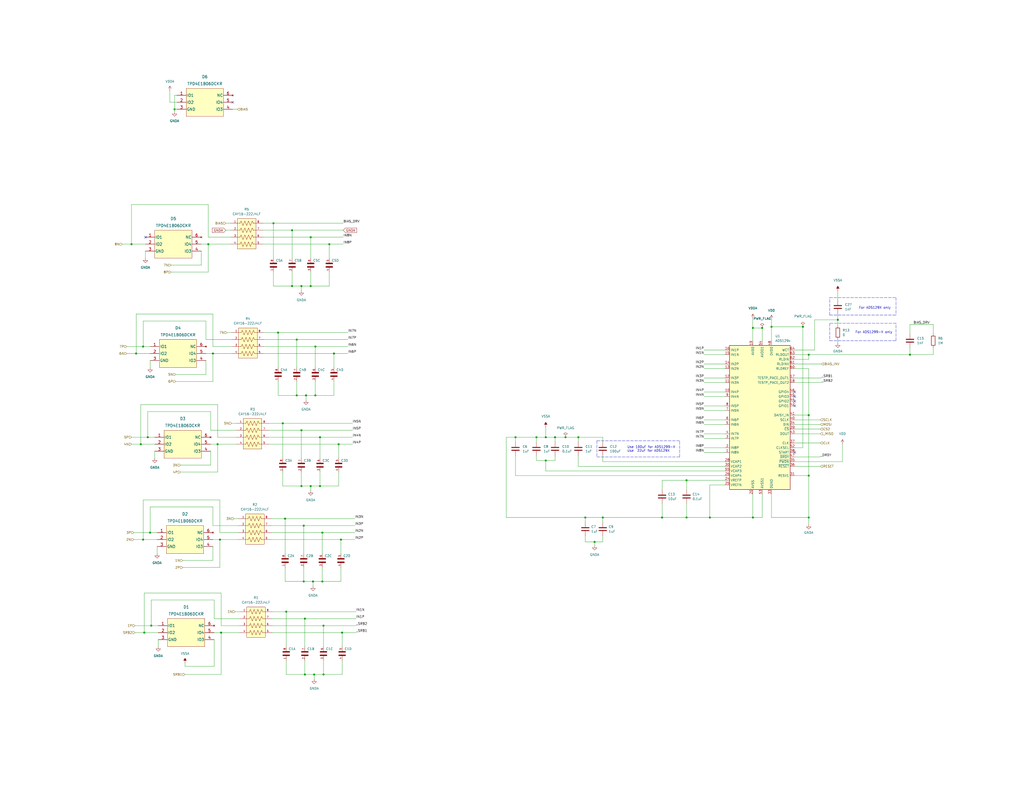
<source format=kicad_sch>
(kicad_sch (version 20211123) (generator eeschema)
  (paper "C")
  (title_block (title "Daisy Functionality") (date "2023-01-05") (rev "A") (company "Brain-4ce"))
  (lib_symbols
    (symbol "Analog_ADC:ADS1298xPAG"
      (property "Reference" "U" (at -16.51 44.45 0))
      (property "Value" "ADS1298xPAG" (at 6.35 44.45 0))
      (symbol "ADS1298xPAG_1_1"
        (pin input line (at -20.32 -15.24 0) (length 2.54) (name "IN8N") (number "1"))
        (pin input line (at -20.32 17.78 0) (length 2.54) (name "IN4P") (number "10"))
        (pin input line (at -20.32 22.86 0) (length 2.54) (name "IN3N") (number "11"))
        (pin input line (at -20.32 25.4 0) (length 2.54) (name "IN3P") (number "12"))
        (pin input line (at -20.32 30.48 0) (length 2.54) (name "IN2N") (number "13"))
        (pin input line (at -20.32 33.02 0) (length 2.54) (name "IN2P") (number "14"))
        (pin input line (at -20.32 38.1 0) (length 2.54) (name "IN1N") (number "15"))
        (pin input line (at -20.32 40.64 0) (length 2.54) (name "IN1P") (number "16"))
        (pin bidirectional line (at 17.78 25.4 180) (length 2.54) (name "TESTP_PACE_OUT1") (number "17"))
        (pin bidirectional line (at 17.78 22.86 180) (length 2.54) (name "TESTP_PACE_OUT2") (number "18"))
        (pin power_in line (at -5.08 45.72 270) (length 2.54) (name "AVDD") (number "19"))
        (pin input line (at -20.32 -12.7 0) (length 2.54) (name "IN8P") (number "2"))
        (pin power_in line (at -5.08 -38.1 90) (length 2.54) (name "AVSS") (number "20"))
        (pin passive line (at -5.08 45.72 270) (length 2.54) hide (name "AVDD") (number "21"))
        (pin passive line (at -5.08 45.72 270) (length 2.54) hide (name "AVDD") (number "22"))
        (pin passive line (at -5.08 -38.1 90) (length 2.54) hide (name "AVSS") (number "23"))
        (pin passive line (at -20.32 -30.48 0) (length 2.54) (name "VREFP") (number "24"))
        (pin passive line (at -20.32 -33.02 0) (length 2.54) (name "VREFN") (number "25"))
        (pin passive line (at -20.32 -27.94 0) (length 2.54) (name "VCAP4") (number "26"))
        (pin no_connect line (at 15.24 -30.48 180) (length 2.54) hide (name "NC") (number "27"))
        (pin passive line (at -20.32 -20.32 0) (length 2.54) (name "VCAP1") (number "28"))
        (pin no_connect line (at 15.24 -33.02 180) (length 2.54) hide (name "NC") (number "29"))
        (pin input line (at -20.32 -7.62 0) (length 2.54) (name "IN7P") (number "3"))
        (pin passive line (at -20.32 -22.86 0) (length 2.54) (name "VCAP2") (number "30"))
        (pin input line (at 17.78 -27.94 180) (length 2.54) (name "RESV1") (number "31"))
        (pin passive line (at -5.08 -38.1 90) (length 2.54) hide (name "AVSS") (number "32"))
        (pin power_in line (at 5.08 -38.1 90) (length 2.54) (name "DGND") (number "33"))
        (pin input line (at 17.78 0 180) (length 2.54) (name "DIN") (number "34"))
        (pin input line (at 17.78 -20.32 180) (length 2.54) (name "~{PWDN}") (number "35"))
        (pin input line (at 17.78 -22.86 180) (length 2.54) (name "~{RESET}") (number "36"))
        (pin bidirectional line (at 17.78 -10.16 180) (length 2.54) (name "CLK") (number "37"))
        (pin input line (at 17.78 -15.24 180) (length 2.54) (name "START") (number "38"))
        (pin input line (at 17.78 -2.54 180) (length 2.54) (name "~{CS}") (number "39"))
        (pin input line (at -20.32 -5.08 0) (length 2.54) (name "IN7N") (number "4"))
        (pin input line (at 17.78 2.54 180) (length 2.54) (name "SCLK") (number "40"))
        (pin input line (at 17.78 5.08 180) (length 2.54) (name "DAISY_IN") (number "41"))
        (pin bidirectional line (at 17.78 10.16 180) (length 2.54) (name "GPIO1") (number "42"))
        (pin output line (at 17.78 -5.08 180) (length 2.54) (name "DOUT") (number "43"))
        (pin bidirectional line (at 17.78 12.7 180) (length 2.54) (name "GPIO2") (number "44"))
        (pin bidirectional line (at 17.78 15.24 180) (length 2.54) (name "GPIO3") (number "45"))
        (pin bidirectional line (at 17.78 17.78 180) (length 2.54) (name "GPIO4") (number "46"))
        (pin output line (at 17.78 -17.78 180) (length 2.54) (name "~{DRDY}") (number "47"))
        (pin power_in line (at 5.08 45.72 270) (length 2.54) (name "DVDD") (number "48"))
        (pin passive line (at 5.08 -38.1 90) (length 2.54) hide (name "DGND") (number "49"))
        (pin input line (at -20.32 0 0) (length 2.54) (name "IN6N") (number "5"))
        (pin passive line (at 5.08 45.72 270) (length 2.54) hide (name "DVDD") (number "50"))
        (pin passive line (at 5.08 -38.1 90) (length 2.54) hide (name "DGND") (number "51"))
        (pin input line (at 17.78 -12.7 180) (length 2.54) (name "CLKSEL") (number "52"))
        (pin power_in line (at 0 -38.1 90) (length 2.54) (name "AVSS1") (number "53"))
        (pin power_in line (at 0 45.72 270) (length 2.54) (name "AVDD1") (number "54"))
        (pin passive line (at -20.32 -25.4 0) (length 2.54) (name "VCAP3") (number "55"))
        (pin passive line (at -5.08 45.72 270) (length 2.54) hide (name "AVDD") (number "56"))
        (pin passive line (at -5.08 -38.1 90) (length 2.54) hide (name "AVSS") (number "57"))
        (pin passive line (at -5.08 -38.1 90) (length 2.54) hide (name "AVSS") (number "58"))
        (pin passive line (at -5.08 45.72 270) (length 2.54) hide (name "AVDD") (number "59"))
        (pin input line (at -20.32 2.54 0) (length 2.54) (name "IN6P") (number "6"))
        (pin input line (at 17.78 30.48 180) (length 2.54) (name "RLDREF") (number "60"))
        (pin input line (at 17.78 33.02 180) (length 2.54) (name "RLDINV") (number "61"))
        (pin input line (at 17.78 35.56 180) (length 2.54) (name "RLDIN") (number "62"))
        (pin output line (at 17.78 38.1 180) (length 2.54) (name "RLDOUT") (number "63"))
        (pin output line (at 17.78 40.64 180) (length 2.54) (name "WCT") (number "64"))
        (pin input line (at -20.32 7.62 0) (length 2.54) (name "IN5N") (number "7"))
        (pin input line (at -20.32 10.16 0) (length 2.54) (name "IN5P") (number "8"))
        (pin input line (at -20.32 15.24 0) (length 2.54) (name "IN4N") (number "9"))
      )
    )
    (symbol "Capacitor Arrays:CA0508KRX7R9BB102" (pin_names (offset 1.016))
      (property "Reference" "C" (at 0 3.8109 0))
      (symbol "CA0508KRX7R9BB102_1_0"
        (pin passive line (at 5.08 0 180) (length 2.54) (name "~") (number "1"))
        (pin passive line (at -2.54 0 0) (length 2.54) (name "~") (number "8"))
      )
      (symbol "CA0508KRX7R9BB102_2_0"
        (pin passive line (at 5.08 0 180) (length 2.54) (name "~") (number "2"))
        (pin passive line (at -2.54 0 0) (length 2.54) (name "~") (number "7"))
      )
      (symbol "CA0508KRX7R9BB102_3_0"
        (pin passive line (at 5.08 0 180) (length 2.54) (name "~") (number "3"))
        (pin passive line (at -2.54 0 0) (length 2.54) (name "~") (number "6"))
      )
      (symbol "CA0508KRX7R9BB102_4_0"
        (pin passive line (at 5.08 0 180) (length 2.54) (name "~") (number "4"))
        (pin passive line (at -2.54 0 0) (length 2.54) (name "~") (number "5"))
      )
    )
    (symbol "Device:C" (pin_numbers hide) (pin_names (offset 0.254))
      (property "Reference" "C" (at 0.635 2.54 0))
      (property "Value" "C" (at 0.635 -2.54 0))
      (symbol "C_1_1"
        (pin passive line (at 0 3.81 270) (length 2.794) (name "~") (number "1"))
        (pin passive line (at 0 -3.81 90) (length 2.794) (name "~") (number "2"))
      )
    )
    (symbol "Device:R" (pin_numbers hide) (pin_names (offset 0))
      (property "Reference" "R" (at 2.032 0 90))
      (property "Value" "R" (at 0 0 90))
      (symbol "R_1_1"
        (pin passive line (at 0 3.81 270) (length 1.27) (name "~") (number "1"))
        (pin passive line (at 0 -3.81 90) (length 1.27) (name "~") (number "2"))
      )
    )
    (symbol "Resistor Arrays:CAY16-222J4LF" (pin_names (offset 1.016))
      (property "Reference" "R" (at 8.89 3.81 0))
      (property "Value" "CAY16-222J4LF" (at 8.89 -16.51 0))
      (symbol "CAY16-222J4LF_0_0"
        (pin passive line (at 0 0 0) (length 5.08) (name "~") (number "1"))
        (pin passive line (at 0 -3.81 0) (length 5.08) (name "~") (number "2"))
        (pin passive line (at 0 -7.62 0) (length 5.08) (name "~") (number "3"))
        (pin passive line (at 0 -11.43 0) (length 5.08) (name "~") (number "4"))
        (pin passive line (at 17.78 -11.43 180) (length 5.08) (name "~") (number "5"))
        (pin passive line (at 17.78 -7.62 180) (length 5.08) (name "~") (number "6"))
        (pin passive line (at 17.78 -3.81 180) (length 5.08) (name "~") (number "7"))
        (pin passive line (at 17.78 0 180) (length 5.08) (name "~") (number "8"))
      )
    )
    (symbol "TSV - Diodes:TPD4E1B06DCKR" (pin_names (offset 0.254))
      (property "Reference" "D" (at 15.24 10.16 0))
      (property "Value" "TPD4E1B06DCKR" (at 15.24 7.62 0))
      (symbol "TPD4E1B06DCKR_1_1"
        (pin bidirectional line (at 0 1.27 0) (length 5.08) (name "IO1") (number "1"))
        (pin bidirectional line (at 0 -2.54 0) (length 5.08) (name "IO2") (number "2"))
        (pin power_in line (at 0 -6.35 0) (length 5.08) (name "GND") (number "3"))
        (pin bidirectional line (at 30.48 -6.35 180) (length 5.08) (name "IO3") (number "4"))
        (pin bidirectional line (at 30.48 -2.54 180) (length 5.08) (name "IO4") (number "5"))
        (pin no_connect line (at 30.48 1.27 180) (length 5.08) (name "NC") (number "6"))
      )
    )
    (symbol "power:GNDA" (power) (pin_names (offset 0))
      (property "Value" "GNDA" (at 0 -3.81 0))
      (symbol "GNDA_1_1"
        (pin power_in line (at 0 0 270) (length 0) hide (name "GNDA") (number "1"))
      )
    )
    (symbol "power:PWR_FLAG" (power) (pin_numbers hide) (pin_names (offset 0) hide)
      (property "Value" "PWR_FLAG" (at 0 3.81 0))
      (symbol "PWR_FLAG_0_0"
        (pin power_out line (at 0 0 90) (length 0) (name "pwr") (number "1"))
      )
    )
    (symbol "power:VDD" (power) (pin_names (offset 0))
      (property "Value" "VDD" (at 0 3.81 0))
      (symbol "VDD_1_1"
        (pin power_in line (at 0 0 90) (length 0) hide (name "VDD") (number "1"))
      )
    )
    (symbol "power:VDDA" (power) (pin_names (offset 0))
      (property "Value" "VDDA" (at 0 3.81 0))
      (symbol "VDDA_1_1"
        (pin power_in line (at 0 0 90) (length 0) hide (name "VDDA") (number "1"))
      )
    )
    (symbol "power:VSSA" (power) (pin_names (offset 0))
      (property "Value" "VSSA" (at 0 3.81 0))
      (symbol "VSSA_1_1"
        (pin power_in line (at 0 0 90) (length 0) hide (name "VSSA") (number "1"))
      )
    )
  )
  (junction (at 186.69 345.44))
  (junction (at 374.65 262.255))
  (junction (at 164.465 265.43))
  (junction (at 415.925 179.07))
  (junction (at 438.15 178.435))
  (junction (at 387.35 282.575))
  (junction (at 421.005 178.435))
  (junction (at 76.835 242.57))
  (junction (at 120.015 294.64))
  (junction (at 165.735 287.02))
  (junction (at 172.085 189.23))
  (junction (at 113.665 133.35))
  (junction (at 172.085 215.9))
  (junction (at 315.595 238.76))
  (junction (at 171.45 368.3))
  (junction (at 179.705 133.35))
  (junction (at 80.645 238.76))
  (junction (at 292.735 238.76))
  (junction (at 78.105 189.23))
  (junction (at 156.21 334.01))
  (junction (at 71.755 133.35))
  (junction (at 161.925 215.9))
  (junction (at 169.545 156.21))
  (junction (at 410.845 179.07))
  (junction (at 159.385 125.73))
  (junction (at 78.105 294.64))
  (junction (at 166.37 337.82))
  (junction (at 319.405 282.575))
  (junction (at 496.57 193.675))
  (junction (at 176.53 341.63))
  (junction (at 116.205 193.04))
  (junction (at 170.815 317.5))
  (junction (at 165.735 317.5))
  (junction (at 169.545 129.54))
  (junction (at 297.815 238.76))
  (junction (at 441.325 282.575))
  (junction (at 74.295 193.04))
  (junction (at 120.65 345.44))
  (junction (at 154.305 231.14))
  (junction (at 169.545 265.43))
  (junction (at 81.915 290.83))
  (junction (at 82.55 341.63))
  (junction (at 441.325 259.715))
  (junction (at 441.325 193.675))
  (junction (at 308.61 238.76))
  (junction (at 374.65 282.575))
  (junction (at 410.845 282.575))
  (junction (at 167.005 215.9))
  (junction (at 176.53 368.3))
  (junction (at 151.765 181.61))
  (junction (at 297.815 251.46))
  (junction (at 95.25 59.69))
  (junction (at 174.625 265.43))
  (junction (at 324.485 295.91))
  (junction (at 186.055 294.64))
  (junction (at 164.465 156.21))
  (junction (at 328.93 282.575))
  (junction (at 281.305 238.76))
  (junction (at 78.74 345.44))
  (junction (at 175.895 290.83))
  (junction (at 457.2 174.625))
  (junction (at 161.925 185.42))
  (junction (at 184.785 242.57))
  (junction (at 164.465 234.95))
  (junction (at 302.895 238.76))
  (junction (at 166.37 368.3))
  (junction (at 159.385 156.21))
  (junction (at 149.225 121.92))
  (junction (at 155.575 283.21))
  (junction (at 361.315 282.575))
  (junction (at 182.245 193.04))
  (junction (at 175.895 317.5))
  (junction (at 441.325 226.695))
  (junction (at 118.745 242.57))
  (junction (at 174.625 238.76))
  (no_connect (at 127 55.88))
  (no_connect (at 433.705 247.015))
  (no_connect (at 433.705 216.535))
  (no_connect (at 433.705 213.995))
  (no_connect (at 433.705 221.615))
  (no_connect (at 79.375 129.54))
  (no_connect (at 433.705 219.075))
  (wire (pts (xy 81.915 193.04) (xy 74.295 193.04)))
  (wire (pts (xy 116.205 294.64) (xy 120.015 294.64)))
  (wire (pts (xy 148.59 341.63) (xy 176.53 341.63)))
  (wire (pts (xy 496.57 177.165) (xy 509.27 177.165)))
  (wire (pts (xy 95.885 208.28) (xy 116.205 208.28)))
  (wire (pts (xy 361.315 282.575) (xy 374.65 282.575)))
  (wire (pts (xy 384.175 206.375) (xy 395.605 206.375)))
  (wire (pts (xy 78.105 189.23) (xy 81.915 189.23)))
  (wire (pts (xy 328.93 248.92) (xy 328.93 252.095)))
  (wire (pts (xy 384.175 198.755) (xy 395.605 198.755)))
  (wire (pts (xy 184.785 265.43) (xy 184.785 257.81)))
  (wire (pts (xy 186.69 345.44) (xy 194.31 345.44)))
  (wire (pts (xy 73.66 341.63) (xy 82.55 341.63)))
  (wire (pts (xy 155.575 283.21) (xy 155.575 302.26)))
  (wire (pts (xy 174.625 265.43) (xy 184.785 265.43)))
  (wire (pts (xy 384.175 244.475) (xy 395.605 244.475)))
  (wire (pts (xy 144.145 185.42) (xy 161.925 185.42)))
  (wire (pts (xy 165.735 287.02) (xy 193.675 287.02)))
  (wire (pts (xy 441.325 196.215) (xy 433.705 196.215)))
  (wire (pts (xy 421.005 269.875) (xy 421.005 282.575)))
  (wire (pts (xy 281.305 259.715) (xy 395.605 259.715)))
  (wire (pts (xy 166.37 360.68) (xy 166.37 368.3)))
  (wire (pts (xy 159.385 156.21) (xy 164.465 156.21)))
  (wire (pts (xy 144.145 193.04) (xy 182.245 193.04)))
  (wire (pts (xy 447.675 254.635) (xy 433.705 254.635)))
  (wire (pts (xy 123.19 125.73) (xy 125.73 125.73)))
  (wire (pts (xy 120.65 345.44) (xy 120.65 368.3)))
  (wire (pts (xy 82.55 327.66) (xy 82.55 341.63)))
  (wire (pts (xy 457.2 174.625) (xy 457.2 177.8)))
  (wire (pts (xy 127.635 283.21) (xy 130.175 283.21)))
  (wire (pts (xy 361.315 262.255) (xy 361.315 267.335)))
  (wire (pts (xy 120.65 323.85) (xy 120.65 341.63)))
  (wire (pts (xy 155.575 309.88) (xy 155.575 317.5)))
  (wire (pts (xy 113.665 129.54) (xy 125.73 129.54)))
  (wire (pts (xy 156.21 360.68) (xy 156.21 368.3)))
  (wire (pts (xy 120.65 345.44) (xy 130.81 345.44)))
  (wire (pts (xy 98.425 257.81) (xy 118.745 257.81)))
  (wire (pts (xy 179.705 156.21) (xy 179.705 148.59)))
  (wire (pts (xy 172.085 189.23) (xy 189.865 189.23)))
  (wire (pts (xy 118.745 238.76) (xy 128.905 238.76)))
  (wire (pts (xy 174.625 257.81) (xy 174.625 265.43)))
  (wire (pts (xy 319.405 292.735) (xy 319.405 295.91)))
  (wire (pts (xy 297.815 251.46) (xy 302.895 251.46)))
  (wire (pts (xy 421.005 174.625) (xy 421.005 178.435)))
  (wire (pts (xy 113.665 148.59) (xy 113.665 133.35)))
  (wire (pts (xy 147.955 290.83) (xy 175.895 290.83)))
  (wire (pts (xy 80.645 224.79) (xy 80.645 238.76)))
  (wire (pts (xy 164.465 257.81) (xy 164.465 265.43)))
  (wire (pts (xy 156.21 368.3) (xy 166.37 368.3)))
  (wire (pts (xy 172.085 189.23) (xy 172.085 200.66)))
  (wire (pts (xy 161.925 215.9) (xy 167.005 215.9)))
  (wire (pts (xy 374.65 262.255) (xy 395.605 262.255)))
  (wire (pts (xy 155.575 283.21) (xy 193.675 283.21)))
  (wire (pts (xy 120.65 341.63) (xy 130.81 341.63)))
  (wire (pts (xy 116.205 276.86) (xy 81.915 276.86)))
  (wire (pts (xy 276.225 238.76) (xy 281.305 238.76)))
  (wire (pts (xy 95.25 52.07) (xy 95.25 59.69)))
  (wire (pts (xy 118.745 220.98) (xy 118.745 238.76)))
  (wire (pts (xy 186.69 345.44) (xy 186.69 353.06)))
  (wire (pts (xy 81.915 196.85) (xy 81.915 200.66)))
  (wire (pts (xy 78.74 345.44) (xy 78.74 323.85)))
  (wire (pts (xy 374.65 274.955) (xy 374.65 282.575)))
  (wire (pts (xy 95.25 59.69) (xy 95.25 60.96)))
  (wire (pts (xy 86.36 345.44) (xy 78.74 345.44)))
  (wire (pts (xy 71.755 133.35) (xy 71.755 111.76)))
  (wire (pts (xy 149.225 148.59) (xy 149.225 156.21)))
  (wire (pts (xy 112.395 196.85) (xy 112.395 204.47)))
  (wire (pts (xy 384.175 229.235) (xy 395.605 229.235)))
  (wire (pts (xy 169.545 129.54) (xy 187.325 129.54)))
  (wire (pts (xy 84.455 242.57) (xy 76.835 242.57)))
  (polyline (pts (xy 452.755 186.055) (xy 488.95 186.055)))
  (wire (pts (xy 457.2 174.625) (xy 444.5 174.625)))
  (wire (pts (xy 66.675 133.35) (xy 71.755 133.35)))
  (polyline (pts (xy 452.755 172.085) (xy 452.755 162.56)))
  (wire (pts (xy 176.53 360.68) (xy 176.53 368.3)))
  (wire (pts (xy 319.405 282.575) (xy 328.93 282.575)))
  (wire (pts (xy 169.545 156.21) (xy 179.705 156.21)))
  (wire (pts (xy 281.305 238.76) (xy 292.735 238.76)))
  (wire (pts (xy 84.455 246.38) (xy 84.455 250.19)))
  (wire (pts (xy 395.605 264.795) (xy 387.35 264.795)))
  (wire (pts (xy 496.57 182.245) (xy 496.57 177.165)))
  (wire (pts (xy 433.705 259.715) (xy 441.325 259.715)))
  (wire (pts (xy 165.735 317.5) (xy 170.815 317.5)))
  (wire (pts (xy 78.74 323.85) (xy 120.65 323.85)))
  (wire (pts (xy 147.955 294.64) (xy 186.055 294.64)))
  (wire (pts (xy 384.175 247.015) (xy 395.605 247.015)))
  (wire (pts (xy 120.015 273.05) (xy 120.015 290.83)))
  (wire (pts (xy 182.245 193.04) (xy 189.865 193.04)))
  (wire (pts (xy 384.175 208.915) (xy 395.605 208.915)))
  (wire (pts (xy 176.53 368.3) (xy 186.69 368.3)))
  (wire (pts (xy 123.825 181.61) (xy 126.365 181.61)))
  (wire (pts (xy 384.175 239.395) (xy 395.605 239.395)))
  (wire (pts (xy 71.755 238.76) (xy 80.645 238.76)))
  (wire (pts (xy 165.735 309.88) (xy 165.735 317.5)))
  (wire (pts (xy 438.15 178.435) (xy 421.005 178.435)))
  (wire (pts (xy 328.93 238.76) (xy 328.93 241.3)))
  (wire (pts (xy 100.965 368.3) (xy 120.65 368.3)))
  (wire (pts (xy 148.59 334.01) (xy 156.21 334.01)))
  (wire (pts (xy 164.465 156.21) (xy 169.545 156.21)))
  (wire (pts (xy 120.015 294.64) (xy 130.175 294.64)))
  (wire (pts (xy 182.245 193.04) (xy 182.245 200.66)))
  (wire (pts (xy 415.925 179.07) (xy 410.845 179.07)))
  (wire (pts (xy 156.21 334.01) (xy 194.31 334.01)))
  (wire (pts (xy 415.925 282.575) (xy 410.845 282.575)))
  (wire (pts (xy 116.205 306.07) (xy 99.695 306.07)))
  (wire (pts (xy 169.545 129.54) (xy 169.545 140.97)))
  (wire (pts (xy 171.45 368.3) (xy 176.53 368.3)))
  (wire (pts (xy 154.305 257.81) (xy 154.305 265.43)))
  (wire (pts (xy 144.145 189.23) (xy 172.085 189.23)))
  (wire (pts (xy 174.625 238.76) (xy 192.405 238.76)))
  (wire (pts (xy 387.35 264.795) (xy 387.35 282.575)))
  (wire (pts (xy 324.485 295.91) (xy 328.93 295.91)))
  (wire (pts (xy 315.595 254.635) (xy 395.605 254.635)))
  (wire (pts (xy 302.895 238.76) (xy 308.61 238.76)))
  (wire (pts (xy 415.925 186.055) (xy 415.925 179.07)))
  (wire (pts (xy 276.225 238.76) (xy 276.225 282.575)))
  (wire (pts (xy 276.225 282.575) (xy 319.405 282.575)))
  (wire (pts (xy 441.325 259.715) (xy 441.325 282.575)))
  (wire (pts (xy 116.205 171.45) (xy 116.205 189.23)))
  (wire (pts (xy 297.815 257.175) (xy 297.815 251.46)))
  (wire (pts (xy 441.325 193.675) (xy 441.325 196.215)))
  (wire (pts (xy 149.225 121.92) (xy 149.225 140.97)))
  (wire (pts (xy 438.15 244.475) (xy 438.15 178.435)))
  (wire (pts (xy 384.175 213.995) (xy 395.605 213.995)))
  (wire (pts (xy 166.37 337.82) (xy 166.37 353.06)))
  (wire (pts (xy 170.815 317.5) (xy 175.895 317.5)))
  (wire (pts (xy 127 59.69) (xy 129.54 59.69)))
  (wire (pts (xy 78.105 294.64) (xy 78.105 273.05)))
  (wire (pts (xy 292.735 238.76) (xy 297.815 238.76)))
  (wire (pts (xy 328.93 282.575) (xy 328.93 285.115)))
  (wire (pts (xy 302.895 238.76) (xy 302.895 241.3)))
  (wire (pts (xy 281.305 238.76) (xy 281.305 241.3)))
  (wire (pts (xy 457.2 185.42) (xy 457.2 187.325)))
  (polyline (pts (xy 488.95 186.055) (xy 488.95 176.53)))
  (wire (pts (xy 384.175 193.675) (xy 395.605 193.675)))
  (wire (pts (xy 92.71 49.53) (xy 92.71 55.88)))
  (wire (pts (xy 421.005 178.435) (xy 421.005 186.055)))
  (wire (pts (xy 292.735 238.76) (xy 292.735 241.3)))
  (wire (pts (xy 167.005 215.9) (xy 172.085 215.9)))
  (wire (pts (xy 448.31 206.375) (xy 433.705 206.375)))
  (wire (pts (xy 169.545 265.43) (xy 174.625 265.43)))
  (wire (pts (xy 114.935 234.95) (xy 114.935 224.79)))
  (wire (pts (xy 161.925 185.42) (xy 189.865 185.42)))
  (wire (pts (xy 297.815 238.76) (xy 297.815 233.045)))
  (wire (pts (xy 143.51 121.92) (xy 149.225 121.92)))
  (wire (pts (xy 184.785 242.57) (xy 184.785 250.19)))
  (wire (pts (xy 114.935 224.79) (xy 80.645 224.79)))
  (wire (pts (xy 433.705 244.475) (xy 438.15 244.475)))
  (wire (pts (xy 444.5 174.625) (xy 444.5 191.135)))
  (wire (pts (xy 79.375 137.16) (xy 79.375 140.97)))
  (wire (pts (xy 441.325 201.295) (xy 441.325 226.695)))
  (wire (pts (xy 128.27 334.01) (xy 130.81 334.01)))
  (wire (pts (xy 165.735 287.02) (xy 165.735 302.26)))
  (wire (pts (xy 447.675 234.315) (xy 433.705 234.315)))
  (wire (pts (xy 151.765 208.28) (xy 151.765 215.9)))
  (wire (pts (xy 146.685 231.14) (xy 154.305 231.14)))
  (wire (pts (xy 159.385 148.59) (xy 159.385 156.21)))
  (wire (pts (xy 319.405 295.91) (xy 324.485 295.91)))
  (wire (pts (xy 143.51 125.73) (xy 159.385 125.73)))
  (wire (pts (xy 71.755 242.57) (xy 76.835 242.57)))
  (wire (pts (xy 410.845 179.07) (xy 410.845 186.055)))
  (polyline (pts (xy 452.755 162.56) (xy 488.95 162.56)))
  (wire (pts (xy 292.735 251.46) (xy 297.815 251.46)))
  (wire (pts (xy 79.375 133.35) (xy 71.755 133.35)))
  (wire (pts (xy 172.085 208.28) (xy 172.085 215.9)))
  (wire (pts (xy 128.905 234.95) (xy 114.935 234.95)))
  (wire (pts (xy 324.485 295.91) (xy 324.485 297.815)))
  (wire (pts (xy 78.105 273.05) (xy 120.015 273.05)))
  (wire (pts (xy 433.705 201.295) (xy 441.325 201.295)))
  (wire (pts (xy 433.705 193.675) (xy 441.325 193.675)))
  (polyline (pts (xy 452.755 172.085) (xy 488.95 172.085)))
  (wire (pts (xy 328.93 295.91) (xy 328.93 292.735)))
  (wire (pts (xy 171.45 368.3) (xy 171.45 370.84)))
  (wire (pts (xy 126.365 231.14) (xy 128.905 231.14)))
  (wire (pts (xy 116.84 363.855) (xy 100.965 363.855)))
  (wire (pts (xy 384.175 201.295) (xy 395.605 201.295)))
  (wire (pts (xy 69.215 189.23) (xy 78.105 189.23)))
  (wire (pts (xy 433.705 252.095) (xy 459.74 252.095)))
  (wire (pts (xy 85.725 298.45) (xy 85.725 302.26)))
  (wire (pts (xy 73.025 294.64) (xy 78.105 294.64)))
  (wire (pts (xy 421.005 282.575) (xy 441.325 282.575)))
  (wire (pts (xy 144.145 181.61) (xy 151.765 181.61)))
  (wire (pts (xy 448.31 198.755) (xy 433.705 198.755)))
  (wire (pts (xy 154.305 231.14) (xy 192.405 231.14)))
  (wire (pts (xy 161.925 208.28) (xy 161.925 215.9)))
  (wire (pts (xy 496.57 193.675) (xy 496.57 189.865)))
  (wire (pts (xy 297.815 257.175) (xy 395.605 257.175)))
  (wire (pts (xy 415.925 269.875) (xy 415.925 282.575)))
  (wire (pts (xy 384.175 191.135) (xy 395.605 191.135)))
  (wire (pts (xy 457.2 171.45) (xy 457.2 174.625)))
  (polyline (pts (xy 370.84 249.555) (xy 370.84 240.665)))
  (wire (pts (xy 447.675 241.935) (xy 433.705 241.935)))
  (wire (pts (xy 154.305 265.43) (xy 164.465 265.43)))
  (wire (pts (xy 114.935 246.38) (xy 114.935 254)))
  (wire (pts (xy 176.53 341.63) (xy 176.53 353.06)))
  (wire (pts (xy 120.015 309.88) (xy 120.015 294.64)))
  (wire (pts (xy 328.93 282.575) (xy 361.315 282.575)))
  (wire (pts (xy 174.625 238.76) (xy 174.625 250.19)))
  (wire (pts (xy 109.855 144.78) (xy 93.345 144.78)))
  (wire (pts (xy 146.685 238.76) (xy 174.625 238.76)))
  (wire (pts (xy 80.645 238.76) (xy 84.455 238.76)))
  (wire (pts (xy 100.965 363.855) (xy 100.965 361.95)))
  (wire (pts (xy 81.915 290.83) (xy 85.725 290.83)))
  (wire (pts (xy 161.925 185.42) (xy 161.925 200.66)))
  (wire (pts (xy 82.55 341.63) (xy 86.36 341.63)))
  (wire (pts (xy 154.305 231.14) (xy 154.305 250.19)))
  (wire (pts (xy 85.725 294.64) (xy 78.105 294.64)))
  (wire (pts (xy 116.205 208.28) (xy 116.205 193.04)))
  (wire (pts (xy 433.705 191.135) (xy 444.5 191.135)))
  (wire (pts (xy 169.545 148.59) (xy 169.545 156.21)))
  (polyline (pts (xy 488.95 176.53) (xy 452.755 176.53)))
  (wire (pts (xy 182.245 215.9) (xy 182.245 208.28)))
  (wire (pts (xy 116.84 327.66) (xy 82.55 327.66)))
  (wire (pts (xy 315.595 238.76) (xy 315.595 241.3)))
  (wire (pts (xy 114.935 254) (xy 98.425 254)))
  (wire (pts (xy 167.005 215.9) (xy 167.005 218.44)))
  (wire (pts (xy 149.225 156.21) (xy 159.385 156.21)))
  (wire (pts (xy 143.51 133.35) (xy 179.705 133.35)))
  (wire (pts (xy 186.055 294.64) (xy 193.675 294.64)))
  (wire (pts (xy 384.175 216.535) (xy 395.605 216.535)))
  (wire (pts (xy 148.59 337.82) (xy 166.37 337.82)))
  (wire (pts (xy 123.19 121.92) (xy 125.73 121.92)))
  (wire (pts (xy 281.305 248.92) (xy 281.305 259.715)))
  (wire (pts (xy 146.685 234.95) (xy 164.465 234.95)))
  (wire (pts (xy 126.365 185.42) (xy 112.395 185.42)))
  (wire (pts (xy 164.465 156.21) (xy 164.465 158.75)))
  (wire (pts (xy 374.65 262.255) (xy 374.65 267.335)))
  (wire (pts (xy 175.895 290.83) (xy 175.895 302.26)))
  (wire (pts (xy 151.765 181.61) (xy 151.765 200.66)))
  (wire (pts (xy 186.69 368.3) (xy 186.69 360.68)))
  (wire (pts (xy 448.31 208.915) (xy 433.705 208.915)))
  (wire (pts (xy 96.52 55.88) (xy 92.71 55.88)))
  (wire (pts (xy 99.695 309.88) (xy 120.015 309.88)))
  (wire (pts (xy 315.595 248.92) (xy 315.595 254.635)))
  (wire (pts (xy 387.35 282.575) (xy 374.65 282.575)))
  (wire (pts (xy 433.705 226.695) (xy 441.325 226.695)))
  (wire (pts (xy 86.36 349.25) (xy 86.36 353.06)))
  (wire (pts (xy 164.465 234.95) (xy 164.465 250.19)))
  (polyline (pts (xy 452.755 176.53) (xy 452.755 186.055)))
  (wire (pts (xy 130.175 287.02) (xy 116.205 287.02)))
  (wire (pts (xy 156.21 334.01) (xy 156.21 353.06)))
  (wire (pts (xy 447.675 236.855) (xy 433.705 236.855)))
  (wire (pts (xy 447.675 229.235) (xy 433.705 229.235)))
  (wire (pts (xy 410.845 173.99) (xy 410.845 179.07)))
  (wire (pts (xy 76.835 220.98) (xy 118.745 220.98)))
  (wire (pts (xy 116.84 337.82) (xy 116.84 327.66)))
  (wire (pts (xy 147.955 287.02) (xy 165.735 287.02)))
  (wire (pts (xy 148.59 345.44) (xy 186.69 345.44)))
  (wire (pts (xy 113.665 133.35) (xy 125.73 133.35)))
  (polyline (pts (xy 325.755 249.555) (xy 370.84 249.555)))
  (wire (pts (xy 74.295 171.45) (xy 116.205 171.45)))
  (wire (pts (xy 457.2 158.75) (xy 457.2 163.83)))
  (wire (pts (xy 175.895 290.83) (xy 193.675 290.83)))
  (wire (pts (xy 315.595 238.76) (xy 328.93 238.76)))
  (wire (pts (xy 384.175 221.615) (xy 395.605 221.615)))
  (wire (pts (xy 116.84 349.25) (xy 116.84 363.855)))
  (wire (pts (xy 120.015 290.83) (xy 130.175 290.83)))
  (wire (pts (xy 292.735 248.92) (xy 292.735 251.46)))
  (wire (pts (xy 384.175 231.775) (xy 395.605 231.775)))
  (wire (pts (xy 109.855 137.16) (xy 109.855 144.78)))
  (wire (pts (xy 155.575 317.5) (xy 165.735 317.5)))
  (wire (pts (xy 118.745 242.57) (xy 128.905 242.57)))
  (wire (pts (xy 113.665 111.76) (xy 113.665 129.54)))
  (wire (pts (xy 112.395 204.47) (xy 95.885 204.47)))
  (wire (pts (xy 169.545 265.43) (xy 169.545 267.97)))
  (wire (pts (xy 496.57 193.675) (xy 509.27 193.675)))
  (wire (pts (xy 71.755 111.76) (xy 113.665 111.76)))
  (wire (pts (xy 361.315 262.255) (xy 374.65 262.255)))
  (wire (pts (xy 447.675 249.555) (xy 433.705 249.555)))
  (wire (pts (xy 143.51 129.54) (xy 169.545 129.54)))
  (wire (pts (xy 73.025 290.83) (xy 81.915 290.83)))
  (wire (pts (xy 151.765 215.9) (xy 161.925 215.9)))
  (polyline (pts (xy 325.755 240.665) (xy 370.84 240.665)))
  (wire (pts (xy 361.315 274.955) (xy 361.315 282.575)))
  (wire (pts (xy 116.205 193.04) (xy 126.365 193.04)))
  (wire (pts (xy 384.175 236.855) (xy 395.605 236.855)))
  (wire (pts (xy 116.205 189.23) (xy 126.365 189.23)))
  (wire (pts (xy 186.055 317.5) (xy 186.055 309.88)))
  (polyline (pts (xy 325.755 240.665) (xy 325.755 249.555)))
  (wire (pts (xy 116.205 298.45) (xy 116.205 306.07)))
  (wire (pts (xy 73.66 345.44) (xy 78.74 345.44)))
  (wire (pts (xy 395.605 252.095) (xy 328.93 252.095)))
  (wire (pts (xy 149.225 121.92) (xy 187.325 121.92)))
  (wire (pts (xy 172.085 215.9) (xy 182.245 215.9)))
  (wire (pts (xy 130.81 337.82) (xy 116.84 337.82)))
  (wire (pts (xy 170.815 317.5) (xy 170.815 320.04)))
  (wire (pts (xy 159.385 125.73) (xy 159.385 140.97)))
  (wire (pts (xy 112.395 175.26) (xy 78.105 175.26)))
  (wire (pts (xy 410.845 282.575) (xy 387.35 282.575)))
  (wire (pts (xy 459.74 252.095) (xy 459.74 242.57)))
  (wire (pts (xy 179.705 133.35) (xy 179.705 140.97)))
  (wire (pts (xy 297.815 238.76) (xy 302.895 238.76)))
  (wire (pts (xy 116.84 345.44) (xy 120.65 345.44)))
  (wire (pts (xy 410.845 269.875) (xy 410.845 282.575)))
  (wire (pts (xy 509.27 177.165) (xy 509.27 182.245)))
  (wire (pts (xy 146.685 242.57) (xy 184.785 242.57)))
  (wire (pts (xy 76.835 242.57) (xy 76.835 220.98)))
  (wire (pts (xy 175.895 317.5) (xy 186.055 317.5)))
  (wire (pts (xy 93.345 148.59) (xy 113.665 148.59)))
  (wire (pts (xy 441.325 193.675) (xy 496.57 193.675)))
  (wire (pts (xy 114.935 242.57) (xy 118.745 242.57)))
  (wire (pts (xy 112.395 193.04) (xy 116.205 193.04)))
  (wire (pts (xy 74.295 193.04) (xy 74.295 171.45)))
  (wire (pts (xy 447.675 231.775) (xy 433.705 231.775)))
  (wire (pts (xy 147.955 283.21) (xy 155.575 283.21)))
  (wire (pts (xy 509.27 193.675) (xy 509.27 189.865)))
  (wire (pts (xy 166.37 368.3) (xy 171.45 368.3)))
  (wire (pts (xy 302.895 248.92) (xy 302.895 251.46)))
  (wire (pts (xy 95.25 52.07) (xy 96.52 52.07)))
  (wire (pts (xy 118.745 257.81) (xy 118.745 242.57)))
  (polyline (pts (xy 488.95 162.56) (xy 488.95 172.085)))
  (wire (pts (xy 175.895 309.88) (xy 175.895 317.5)))
  (wire (pts (xy 95.25 59.69) (xy 96.52 59.69)))
  (wire (pts (xy 116.205 287.02) (xy 116.205 276.86)))
  (wire (pts (xy 112.395 185.42) (xy 112.395 175.26)))
  (wire (pts (xy 166.37 337.82) (xy 194.31 337.82)))
  (wire (pts (xy 441.325 282.575) (xy 441.325 286.385)))
  (wire (pts (xy 81.915 276.86) (xy 81.915 290.83)))
  (wire (pts (xy 78.105 175.26) (xy 78.105 189.23)))
  (wire (pts (xy 441.325 226.695) (xy 441.325 259.715)))
  (wire (pts (xy 384.175 224.155) (xy 395.605 224.155)))
  (wire (pts (xy 69.215 193.04) (xy 74.295 193.04)))
  (wire (pts (xy 151.765 181.61) (xy 189.865 181.61)))
  (wire (pts (xy 164.465 265.43) (xy 169.545 265.43)))
  (wire (pts (xy 308.61 238.76) (xy 315.595 238.76)))
  (wire (pts (xy 186.055 294.64) (xy 186.055 302.26)))
  (wire (pts (xy 179.705 133.35) (xy 187.325 133.35)))
  (wire (pts (xy 109.855 133.35) (xy 113.665 133.35)))
  (wire (pts (xy 159.385 125.73) (xy 187.325 125.73)))
  (wire (pts (xy 176.53 341.63) (xy 194.31 341.63)))
  (wire (pts (xy 164.465 234.95) (xy 192.405 234.95)))
  (wire (pts (xy 319.405 282.575) (xy 319.405 285.115)))
  (wire (pts (xy 184.785 242.57) (xy 192.405 242.57)))
  (text "For ADS1299-X only" (at 466.725 182.245 0) (effects (font (size 1.27 1.27)) (justify left bottom)))
  (text "Use 100uF for ADS1299-X\nUse  22uF for ADS129X" (at 342.265 247.015 0) (effects (font (size 1.27 1.27)) (justify left bottom)))
  (text "For ADS129X only" (at 468.63 168.91 0) (effects (font (size 1.27 1.27)) (justify left bottom)))
  (label "IN6N" (at 384.175 231.775 180))
  (label "IN7N" (at 189.865 181.61 0))
  (label "IN6P" (at 384.175 229.235 180))
  (label "IN5N" (at 192.405 231.14 0))
  (label "IN7P" (at 189.865 185.42 0))
  (label "IN4N" (at 192.405 238.76 0))
  (label "_SRB1" (at 448.31 206.375 0))
  (label "IN3P" (at 384.175 206.375 180))
  (label "IN8N" (at 187.325 129.54 0))
  (label "IN1P" (at 194.31 337.82 0))
  (label "_SRB2" (at 194.31 341.63 0))
  (label "IN4N" (at 384.175 216.535 180))
  (label "IN3N" (at 384.175 208.915 180))
  (label "IN7N" (at 384.175 239.395 180))
  (label "IN2N" (at 384.175 201.295 180))
  (label "BIAS_DRV" (at 187.325 121.92 0))
  (label "_DRDY" (at 447.675 249.555 0))
  (label "_SRB2" (at 448.31 208.915 0))
  (label "IN8P" (at 187.325 133.35 0))
  (label "IN1N" (at 194.31 334.01 0))
  (label "IN4P" (at 384.175 213.995 180))
  (label "IN3N" (at 193.675 283.21 0))
  (label "IN2N" (at 193.675 290.83 0))
  (label "IN8P" (at 384.175 244.475 180))
  (label "_SRB1" (at 194.31 345.44 0))
  (label "IN6N" (at 189.865 189.23 0))
  (label "BIAS_DRV" (at 507.365 177.165 180))
  (label "IN4P" (at 192.405 242.57 0))
  (label "IN7P" (at 384.175 236.855 180))
  (label "IN8N" (at 384.175 247.015 180))
  (label "IN2P" (at 193.675 294.64 0))
  (label "IN5P" (at 192.405 234.95 0))
  (label "IN2P" (at 384.175 198.755 180))
  (label "IN6P" (at 189.865 193.04 0))
  (label "IN5P" (at 384.175 221.615 180))
  (label "IN1P" (at 384.175 191.135 180))
  (label "IN5N" (at 384.175 224.155 180))
  (label "IN1N" (at 384.175 193.675 180))
  (label "IN3P" (at 193.675 287.02 0))
  (global_label "GNDA" (shape input) (at 187.325 125.73 0) (property "Intersheet References" "${INTERSHEET_REFS}" (effects hide)))
  (global_label "GNDA" (shape input) (at 123.19 125.73 180) (property "Intersheet References" "${INTERSHEET_REFS}" (effects hide)))
  (hierarchical_label "BIAS" (shape input) (at 123.19 121.92 180))
  (hierarchical_label "5N" (shape input) (at 126.365 231.14 180))
  (hierarchical_label "BIAS_INV" (shape input) (at 448.31 198.755 0))
  (hierarchical_label "4P" (shape input) (at 98.425 257.81 180))
  (hierarchical_label "3P" (shape input) (at 73.025 290.83 180))
  (hierarchical_label "6N" (shape input) (at 69.215 193.04 180))
  (hierarchical_label "_MISO" (shape input) (at 447.675 236.855 0))
  (hierarchical_label "1N" (shape input) (at 128.27 334.01 180))
  (hierarchical_label "3N" (shape input) (at 127.635 283.21 180))
  (hierarchical_label "5P" (shape input) (at 71.755 238.76 180))
  (hierarchical_label "1P" (shape input) (at 73.66 341.63 180))
  (hierarchical_label "4N" (shape input) (at 71.755 242.57 180))
  (hierarchical_label "2P" (shape input) (at 99.695 309.88 180))
  (hierarchical_label "6P" (shape input) (at 95.885 208.28 180))
  (hierarchical_label "2N" (shape input) (at 73.025 294.64 180))
  (hierarchical_label "SCLK" (shape input) (at 447.675 229.235 0))
  (hierarchical_label "3N" (shape input) (at 98.425 254 180))
  (hierarchical_label "8N" (shape input) (at 66.675 133.35 180))
  (hierarchical_label "7N" (shape input) (at 123.825 181.61 180))
  (hierarchical_label "SRB1" (shape input) (at 100.965 368.3 180))
  (hierarchical_label "1N" (shape input) (at 99.695 306.07 180))
  (hierarchical_label "RESET" (shape input) (at 447.675 254.635 0))
  (hierarchical_label "CS2" (shape input) (at 447.675 234.315 0))
  (hierarchical_label "8P" (shape input) (at 93.345 148.59 180))
  (hierarchical_label "BIAS" (shape input) (at 129.54 59.69 0))
  (hierarchical_label "5N" (shape input) (at 95.885 204.47 180))
  (hierarchical_label "CLK" (shape input) (at 447.675 241.935 0))
  (hierarchical_label "MOSI" (shape input) (at 447.675 231.775 0))
  (hierarchical_label "7P" (shape input) (at 69.215 189.23 180))
  (hierarchical_label "SRB2" (shape input) (at 73.66 345.44 180))
  (hierarchical_label "7N" (shape input) (at 93.345 144.78 180))
  (symbol (lib_id "power:VDDA") (at 410.845 173.99 0) (unit 1)
    (property "Reference" "#PWR0116" (effects hide))
    (property "Value" "VDDA" (at 410.845 168.275 0))
  )
  (symbol (lib_id "power:GNDA") (at 84.455 250.19 0) (unit 1)
    (property "Reference" "#PWR0112" (effects hide))
    (property "Value" "GNDA" (at 84.455 255.27 0))
  )
  (symbol (lib_id "Capacitor Arrays:CA0508KRX7R9BB102") (at 182.245 203.2 270) (unit 4)
    (property "Reference" "C4" (at 183.515 201.93 90) (effects (justify left)))
    (property "Value" "CA0508KRX7R9BB102" (effects hide))
    (property "Footprint" "Capacitor Arrays:CAPCAXE50P210X130X94-8N" (effects hide))
    (property "STANDARD" "IPC-7351B" (effects hide))
    (property "MANUFACTURER" "Yageo" (effects hide))
    (property "MAXIMUM_PACKAGE_HEIGHT" "0.94mm" (effects hide))
  )
  (symbol (lib_id "Resistor Arrays:CAY16-222J4LF") (at 126.365 181.61 0) (unit 1)
    (property "Reference" "R4" (at 135.255 173.99 0))
    (property "Value" "CAY16-222J4LF" (at 135.255 176.53 0))
    (property "Footprint" "RESCAF80P320X160X60-8N" (effects hide))
    (property "STANDARD" "IPC-7351B" (effects hide))
    (property "MANUFACTURER" "Bourns" (effects hide))
  )
  (symbol (lib_id "TSV - Diodes:TPD4E1B06DCKR") (at 81.915 190.5 0) (unit 1)
    (property "Reference" "D4" (at 97.155 179.07 0) (effects (font (size 1.524 1.524))))
    (property "Value" "TPD4E1B06DCKR" (at 97.155 182.88 0) (effects (font (size 1.524 1.524))))
    (property "Footprint" "DCK6_TEX" (effects hide))
  )
  (symbol (lib_id "Capacitor Arrays:CA0508KRX7R9BB102") (at 155.575 304.8 270) (unit 1)
    (property "Reference" "C2" (at 156.845 303.53 90) (effects (justify left)))
    (property "Value" "CA0508KRX7R9BB102" (effects hide))
    (property "Footprint" "Capacitor Arrays:CAPCAXE50P210X130X94-8N" (effects hide))
    (property "STANDARD" "IPC-7351B" (effects hide))
    (property "MANUFACTURER" "Yageo" (effects hide))
    (property "MAXIMUM_PACKAGE_HEIGHT" "0.94mm" (effects hide))
  )
  (symbol (lib_id "Capacitor Arrays:CA0508KRX7R9BB102") (at 176.53 355.6 270) (unit 3)
    (property "Reference" "C1" (at 177.8 354.33 90) (effects (justify left)))
    (property "Value" "CA0508KRX7R9BB102" (effects hide))
    (property "Footprint" "Capacitor Arrays:CAPCAXE50P210X130X94-8N" (effects hide))
    (property "STANDARD" "IPC-7351B" (effects hide))
    (property "MANUFACTURER" "Yageo" (effects hide))
    (property "MAXIMUM_PACKAGE_HEIGHT" "0.94mm" (effects hide))
  )
  (symbol (lib_id "Resistor Arrays:CAY16-222J4LF") (at 125.73 121.92 0) (unit 1)
    (property "Reference" "R5" (at 134.62 114.3 0))
    (property "Value" "CAY16-222J4LF" (at 134.62 116.84 0))
    (property "Footprint" "RESCAF80P320X160X60-8N" (effects hide))
    (property "STANDARD" "IPC-7351B" (effects hide))
    (property "MANUFACTURER" "Bourns" (effects hide))
  )
  (symbol (lib_id "power:GNDA") (at 79.375 140.97 0) (unit 1)
    (property "Reference" "#PWR0102" (effects hide))
    (property "Value" "GNDA" (at 79.375 146.05 0))
  )
  (symbol (lib_id "Analog_ADC:ADS1298xPAG") (at 415.925 231.775 0) (unit 1)
    (property "Reference" "U1" (at 423.0244 183.515 0) (effects (justify left)))
    (property "Value" "ADS129x" (at 423.0244 186.055 0) (effects (justify left)))
    (property "Footprint" "Package_QFP:TQFP-64_10x10mm_P0.5mm" (effects hide))
    (property "Datasheet" "http://www.ti.com/lit/ds/symlink/ads1298.pdf" (effects hide))
  )
  (symbol (lib_id "TSV - Diodes:TPD4E1B06DCKR") (at 86.36 342.9 0) (unit 1)
    (property "Reference" "D1" (at 101.6 331.47 0) (effects (font (size 1.524 1.524))))
    (property "Value" "TPD4E1B06DCKR" (at 101.6 335.28 0) (effects (font (size 1.524 1.524))))
    (property "Footprint" "DCK6_TEX" (effects hide))
  )
  (symbol (lib_id "power:GNDA") (at 171.45 370.84 0) (unit 1)
    (property "Reference" "#PWR0108" (effects hide))
    (property "Value" "GNDA" (at 171.45 375.92 0))
  )
  (symbol (lib_id "Device:C") (at 374.65 271.145 0) (unit 1)
    (property "Reference" "C14" (at 377.825 269.8749 0) (effects (justify left)))
    (property "Value" "0.1uF" (at 377.825 272.4149 0) (effects (justify left)))
    (property "Footprint" "Capacitor_SMD:C_0402_1005Metric" (effects hide))
  )
  (symbol (lib_id "Capacitor Arrays:CA0508KRX7R9BB102") (at 161.925 203.2 270) (unit 2)
    (property "Reference" "C4" (at 163.195 201.93 90) (effects (justify left)))
    (property "Value" "CA0508KRX7R9BB102" (effects hide))
    (property "Footprint" "Capacitor Arrays:CAPCAXE50P210X130X94-8N" (effects hide))
    (property "STANDARD" "IPC-7351B" (effects hide))
    (property "MANUFACTURER" "Yageo" (effects hide))
    (property "MAXIMUM_PACKAGE_HEIGHT" "0.94mm" (effects hide))
  )
  (symbol (lib_id "Capacitor Arrays:CA0508KRX7R9BB102") (at 169.545 143.51 270) (unit 3)
    (property "Reference" "C5" (at 170.815 142.24 90) (effects (justify left)))
    (property "Value" "CA0508KRX7R9BB102" (effects hide))
    (property "Footprint" "Capacitor Arrays:CAPCAXE50P210X130X94-8N" (effects hide))
    (property "STANDARD" "IPC-7351B" (effects hide))
    (property "MANUFACTURER" "Yageo" (effects hide))
    (property "MAXIMUM_PACKAGE_HEIGHT" "0.94mm" (effects hide))
  )
  (symbol (lib_id "power:PWR_FLAG") (at 438.15 178.435 0) (unit 1)
    (property "Reference" "#FLG0102" (effects hide))
    (property "Value" "PWR_FLAG" (at 438.15 172.72 0))
  )
  (symbol (lib_id "Device:C") (at 281.305 245.11 0) (unit 1)
    (property "Reference" "C6" (at 285.115 243.8399 0) (effects (justify left)))
    (property "Value" "1uF" (at 285.115 246.3799 0) (effects (justify left)))
    (property "Footprint" "Capacitor_SMD:C_0402_1005Metric" (effects hide))
  )
  (symbol (lib_id "Resistor Arrays:CAY16-222J4LF") (at 128.905 231.14 0) (unit 1)
    (property "Reference" "R3" (at 137.795 223.52 0))
    (property "Value" "CAY16-222J4LF" (at 137.795 226.06 0))
    (property "Footprint" "RESCAF80P320X160X60-8N" (effects hide))
    (property "STANDARD" "IPC-7351B" (effects hide))
    (property "MANUFACTURER" "Bourns" (effects hide))
  )
  (symbol (lib_id "power:PWR_FLAG") (at 308.61 238.76 0) (unit 1)
    (property "Reference" "#FLG0101" (effects hide))
    (property "Value" "PWR_FLAG" (at 308.61 233.68 0))
  )
  (symbol (lib_id "Device:C") (at 328.93 288.925 0) (unit 1)
    (property "Reference" "C9" (at 332.105 287.6549 0) (effects (justify left)))
    (property "Value" "1uF" (at 332.105 290.1949 0) (effects (justify left)))
    (property "Footprint" "Capacitor_SMD:C_0402_1005Metric" (effects hide))
  )
  (symbol (lib_id "Capacitor Arrays:CA0508KRX7R9BB102") (at 154.305 252.73 270) (unit 1)
    (property "Reference" "C3" (at 155.575 251.46 90) (effects (justify left)))
    (property "Value" "CA0508KRX7R9BB102" (effects hide))
    (property "Footprint" "Capacitor Arrays:CAPCAXE50P210X130X94-8N" (effects hide))
    (property "STANDARD" "IPC-7351B" (effects hide))
    (property "MANUFACTURER" "Yageo" (effects hide))
    (property "MAXIMUM_PACKAGE_HEIGHT" "0.94mm" (effects hide))
  )
  (symbol (lib_id "power:GNDA") (at 169.545 267.97 0) (unit 1)
    (property "Reference" "#PWR0107" (effects hide))
    (property "Value" "GNDA" (at 169.545 273.05 0))
  )
  (symbol (lib_id "power:VSSA") (at 297.815 233.045 0) (unit 1)
    (property "Reference" "#PWR0119" (effects hide))
    (property "Value" "VSSA" (at 297.815 227.33 0))
  )
  (symbol (lib_id "Capacitor Arrays:CA0508KRX7R9BB102") (at 174.625 252.73 270) (unit 3)
    (property "Reference" "C3" (at 175.895 251.46 90) (effects (justify left)))
    (property "Value" "CA0508KRX7R9BB102" (effects hide))
    (property "Footprint" "Capacitor Arrays:CAPCAXE50P210X130X94-8N" (effects hide))
    (property "STANDARD" "IPC-7351B" (effects hide))
    (property "MANUFACTURER" "Yageo" (effects hide))
    (property "MAXIMUM_PACKAGE_HEIGHT" "0.94mm" (effects hide))
  )
  (symbol (lib_id "power:VDD") (at 459.74 242.57 0) (unit 1)
    (property "Reference" "#PWR0118" (effects hide))
    (property "Value" "VDD" (at 459.74 236.855 0))
  )
  (symbol (lib_id "Capacitor Arrays:CA0508KRX7R9BB102") (at 151.765 203.2 270) (unit 1)
    (property "Reference" "C4" (at 153.035 201.93 90) (effects (justify left)))
    (property "Value" "CA0508KRX7R9BB102" (effects hide))
    (property "Footprint" "Capacitor Arrays:CAPCAXE50P210X130X94-8N" (effects hide))
    (property "STANDARD" "IPC-7351B" (effects hide))
    (property "MANUFACTURER" "Yageo" (effects hide))
    (property "MAXIMUM_PACKAGE_HEIGHT" "0.94mm" (effects hide))
  )
  (symbol (lib_id "Capacitor Arrays:CA0508KRX7R9BB102") (at 166.37 355.6 270) (unit 2)
    (property "Reference" "C1" (at 167.64 354.33 90) (effects (justify left)))
    (property "Value" "CA0508KRX7R9BB102" (effects hide))
    (property "Footprint" "Capacitor Arrays:CAPCAXE50P210X130X94-8N" (effects hide))
    (property "STANDARD" "IPC-7351B" (effects hide))
    (property "MANUFACTURER" "Yageo" (effects hide))
    (property "MAXIMUM_PACKAGE_HEIGHT" "0.94mm" (effects hide))
  )
  (symbol (lib_id "power:VDDA") (at 92.71 49.53 0) (unit 1)
    (property "Reference" "#PWR0103" (effects hide))
    (property "Value" "VDDA" (at 92.71 44.45 0))
  )
  (symbol (lib_id "Device:C") (at 457.2 167.64 0) (unit 1)
    (property "Reference" "C27" (at 461.01 166.3699 0) (effects (justify left)))
    (property "Value" "1nF" (at 461.01 168.9099 0) (effects (justify left)))
    (property "Footprint" "Capacitor_SMD:C_0201_0603Metric" (effects hide))
  )
  (symbol (lib_id "Capacitor Arrays:CA0508KRX7R9BB102") (at 159.385 143.51 270) (unit 2)
    (property "Reference" "C5" (at 160.655 142.24 90) (effects (justify left)))
    (property "Value" "CA0508KRX7R9BB102" (effects hide))
    (property "Footprint" "Capacitor Arrays:CAPCAXE50P210X130X94-8N" (effects hide))
    (property "STANDARD" "IPC-7351B" (effects hide))
    (property "MANUFACTURER" "Yageo" (effects hide))
    (property "MAXIMUM_PACKAGE_HEIGHT" "0.94mm" (effects hide))
  )
  (symbol (lib_id "Device:R") (at 509.27 186.055 0) (unit 1)
    (property "Reference" "R6" (at 511.81 184.7849 0) (effects (justify left)))
    (property "Value" "1M" (at 511.81 187.3249 0) (effects (justify left)))
    (property "Footprint" "Resistor_SMD:R_0402_1005Metric" (effects hide))
  )
  (symbol (lib_id "power:VDD") (at 421.005 174.625 0) (unit 1)
    (property "Reference" "#PWR0115" (effects hide))
    (property "Value" "VDD" (at 421.005 169.545 0))
  )
  (symbol (lib_id "Capacitor Arrays:CA0508KRX7R9BB102") (at 156.21 355.6 270) (unit 1)
    (property "Reference" "C1" (at 157.48 354.33 90) (effects (justify left)))
    (property "Value" "CA0508KRX7R9BB102" (effects hide))
    (property "Footprint" "Capacitor Arrays:CAPCAXE50P210X130X94-8N" (effects hide))
    (property "STANDARD" "IPC-7351B" (effects hide))
    (property "MANUFACTURER" "Yageo" (effects hide))
    (property "MAXIMUM_PACKAGE_HEIGHT" "0.94mm" (effects hide))
  )
  (symbol (lib_id "TSV - Diodes:TPD4E1B06DCKR") (at 96.52 53.34 0) (unit 1)
    (property "Reference" "D6" (at 111.76 41.91 0) (effects (font (size 1.524 1.524))))
    (property "Value" "TPD4E1B06DCKR" (at 111.76 45.72 0) (effects (font (size 1.524 1.524))))
    (property "Footprint" "DCK6_TEX" (effects hide))
  )
  (symbol (lib_id "power:GNDA") (at 441.325 286.385 0) (unit 1)
    (property "Reference" "#PWR0117" (effects hide))
    (property "Value" "GNDA" (at 441.325 290.83 0))
  )
  (symbol (lib_id "Capacitor Arrays:CA0508KRX7R9BB102") (at 164.465 252.73 270) (unit 2)
    (property "Reference" "C3" (at 165.735 251.46 90) (effects (justify left)))
    (property "Value" "CA0508KRX7R9BB102" (effects hide))
    (property "Footprint" "Capacitor Arrays:CAPCAXE50P210X130X94-8N" (effects hide))
    (property "STANDARD" "IPC-7351B" (effects hide))
    (property "MANUFACTURER" "Yageo" (effects hide))
    (property "MAXIMUM_PACKAGE_HEIGHT" "0.94mm" (effects hide))
  )
  (symbol (lib_id "Capacitor Arrays:CA0508KRX7R9BB102") (at 186.69 355.6 270) (unit 4)
    (property "Reference" "C1" (at 187.96 354.33 90) (effects (justify left)))
    (property "Value" "CA0508KRX7R9BB102" (effects hide))
    (property "Footprint" "Capacitor Arrays:CAPCAXE50P210X130X94-8N" (effects hide))
    (property "STANDARD" "IPC-7351B" (effects hide))
    (property "MANUFACTURER" "Yageo" (effects hide))
    (property "MAXIMUM_PACKAGE_HEIGHT" "0.94mm" (effects hide))
  )
  (symbol (lib_id "TSV - Diodes:TPD4E1B06DCKR") (at 84.455 240.03 0) (unit 1)
    (property "Reference" "D3" (at 99.695 228.6 0) (effects (font (size 1.524 1.524))))
    (property "Value" "TPD4E1B06DCKR" (at 99.695 232.41 0) (effects (font (size 1.524 1.524))))
    (property "Footprint" "DCK6_TEX" (effects hide))
  )
  (symbol (lib_id "Capacitor Arrays:CA0508KRX7R9BB102") (at 184.785 252.73 270) (unit 4)
    (property "Reference" "C3" (at 186.055 251.46 90) (effects (justify left)))
    (property "Value" "CA0508KRX7R9BB102" (effects hide))
    (property "Footprint" "Capacitor Arrays:CAPCAXE50P210X130X94-8N" (effects hide))
    (property "STANDARD" "IPC-7351B" (effects hide))
    (property "MANUFACTURER" "Yageo" (effects hide))
    (property "MAXIMUM_PACKAGE_HEIGHT" "0.94mm" (effects hide))
  )
  (symbol (lib_id "Device:C") (at 319.405 288.925 0) (unit 1)
    (property "Reference" "C7" (at 322.58 287.6549 0) (effects (justify left)))
    (property "Value" "1uF" (at 322.58 290.1949 0) (effects (justify left)))
    (property "Footprint" "Capacitor_SMD:C_0402_1005Metric" (effects hide))
  )
  (symbol (lib_id "Resistor Arrays:CAY16-222J4LF") (at 130.81 334.01 0) (unit 1)
    (property "Reference" "R1" (at 139.7 326.39 0))
    (property "Value" "CAY16-222J4LF" (at 139.7 328.93 0))
    (property "Footprint" "RESCAF80P320X160X60-8N" (effects hide))
    (property "STANDARD" "IPC-7351B" (effects hide))
    (property "MANUFACTURER" "Bourns" (effects hide))
  )
  (symbol (lib_id "power:PWR_FLAG") (at 415.925 179.07 0) (unit 1)
    (property "Reference" "#FLG0103" (effects hide))
    (property "Value" "PWR_FLAG" (at 415.925 173.99 0))
  )
  (symbol (lib_id "Device:R") (at 457.2 181.61 0) (unit 1)
    (property "Reference" "R13" (at 459.74 180.3399 0) (effects (justify left)))
    (property "Value" "0" (at 459.74 182.8799 0) (effects (justify left)))
    (property "Footprint" "Resistor_SMD:R_0402_1005Metric" (effects hide))
  )
  (symbol (lib_id "Device:C") (at 361.315 271.145 0) (unit 1)
    (property "Reference" "C13" (at 364.49 269.8749 0) (effects (justify left)))
    (property "Value" "10uF" (at 364.49 272.4149 0) (effects (justify left)))
    (property "Footprint" "Capacitor_SMD:C_0603_1608Metric" (effects hide))
  )
  (symbol (lib_id "Capacitor Arrays:CA0508KRX7R9BB102") (at 186.055 304.8 270) (unit 4)
    (property "Reference" "C2" (at 187.325 303.53 90) (effects (justify left)))
    (property "Value" "CA0508KRX7R9BB102" (effects hide))
    (property "Footprint" "Capacitor Arrays:CAPCAXE50P210X130X94-8N" (effects hide))
    (property "STANDARD" "IPC-7351B" (effects hide))
    (property "MANUFACTURER" "Yageo" (effects hide))
    (property "MAXIMUM_PACKAGE_HEIGHT" "0.94mm" (effects hide))
  )
  (symbol (lib_id "power:GNDA") (at 167.005 218.44 0) (unit 1)
    (property "Reference" "#PWR0106" (effects hide))
    (property "Value" "GNDA" (at 167.005 223.52 0))
  )
  (symbol (lib_id "power:GNDA") (at 164.465 158.75 0) (unit 1)
    (property "Reference" "#PWR0105" (effects hide))
    (property "Value" "GNDA" (at 164.465 163.83 0))
  )
  (symbol (lib_id "power:GNDA") (at 81.915 200.66 0) (unit 1)
    (property "Reference" "#PWR0101" (effects hide))
    (property "Value" "GNDA" (at 81.915 205.74 0))
  )
  (symbol (lib_id "Capacitor Arrays:CA0508KRX7R9BB102") (at 172.085 203.2 270) (unit 3)
    (property "Reference" "C4" (at 173.355 201.93 90) (effects (justify left)))
    (property "Value" "CA0508KRX7R9BB102" (effects hide))
    (property "Footprint" "Capacitor Arrays:CAPCAXE50P210X130X94-8N" (effects hide))
    (property "STANDARD" "IPC-7351B" (effects hide))
    (property "MANUFACTURER" "Yageo" (effects hide))
    (property "MAXIMUM_PACKAGE_HEIGHT" "0.94mm" (effects hide))
  )
  (symbol (lib_id "power:GNDA") (at 85.725 302.26 0) (unit 1)
    (property "Reference" "#PWR0110" (effects hide))
    (property "Value" "GNDA" (at 85.725 307.34 0))
  )
  (symbol (lib_id "power:GNDA") (at 324.485 297.815 0) (unit 1)
    (property "Reference" "#PWR0114" (effects hide))
    (property "Value" "GNDA" (at 324.485 302.895 0))
  )
  (symbol (lib_id "power:VSSA") (at 457.2 158.75 0) (unit 1)
    (property "Reference" "#PWR0126" (effects hide))
    (property "Value" "VSSA" (at 457.2 153.035 0))
  )
  (symbol (lib_id "power:VSSA") (at 100.965 361.95 0) (unit 1)
    (property "Reference" "#PWR0111" (effects hide))
    (property "Value" "VSSA" (at 100.965 356.87 0))
  )
  (symbol (lib_id "Resistor Arrays:CAY16-222J4LF") (at 130.175 283.21 0) (unit 1)
    (property "Reference" "R2" (at 139.065 275.59 0))
    (property "Value" "CAY16-222J4LF" (at 139.065 278.13 0))
    (property "Footprint" "RESCAF80P320X160X60-8N" (effects hide))
    (property "STANDARD" "IPC-7351B" (effects hide))
    (property "MANUFACTURER" "Bourns" (effects hide))
  )
  (symbol (lib_id "power:GNDA") (at 170.815 320.04 0) (unit 1)
    (property "Reference" "#PWR0113" (effects hide))
    (property "Value" "GNDA" (at 170.815 325.12 0))
  )
  (symbol (lib_id "Capacitor Arrays:CA0508KRX7R9BB102") (at 175.895 304.8 270) (unit 3)
    (property "Reference" "C2" (at 177.165 303.53 90) (effects (justify left)))
    (property "Value" "CA0508KRX7R9BB102" (effects hide))
    (property "Footprint" "Capacitor Arrays:CAPCAXE50P210X130X94-8N" (effects hide))
    (property "STANDARD" "IPC-7351B" (effects hide))
    (property "MANUFACTURER" "Yageo" (effects hide))
    (property "MAXIMUM_PACKAGE_HEIGHT" "0.94mm" (effects hide))
  )
  (symbol (lib_id "Capacitor Arrays:CA0508KRX7R9BB102") (at 179.705 143.51 270) (unit 4)
    (property "Reference" "C5" (at 180.975 142.24 90) (effects (justify left)))
    (property "Value" "CA0508KRX7R9BB102" (effects hide))
    (property "Footprint" "Capacitor Arrays:CAPCAXE50P210X130X94-8N" (effects hide))
    (property "STANDARD" "IPC-7351B" (effects hide))
    (property "MANUFACTURER" "Yageo" (effects hide))
    (property "MAXIMUM_PACKAGE_HEIGHT" "0.94mm" (effects hide))
  )
  (symbol (lib_id "Capacitor Arrays:CA0508KRX7R9BB102") (at 165.735 304.8 270) (unit 2)
    (property "Reference" "C2" (at 167.005 303.53 90) (effects (justify left)))
    (property "Value" "CA0508KRX7R9BB102" (effects hide))
    (property "Footprint" "Capacitor Arrays:CAPCAXE50P210X130X94-8N" (effects hide))
    (property "STANDARD" "IPC-7351B" (effects hide))
    (property "MANUFACTURER" "Yageo" (effects hide))
    (property "MAXIMUM_PACKAGE_HEIGHT" "0.94mm" (effects hide))
  )
  (symbol (lib_id "Device:C") (at 292.735 245.11 0) (unit 1)
    (property "Reference" "C8" (at 296.545 243.8399 0) (effects (justify left)))
    (property "Value" "1uF" (at 296.545 246.3799 0) (effects (justify left)))
    (property "Footprint" "Capacitor_SMD:C_0402_1005Metric" (effects hide))
  )
  (symbol (lib_id "Device:C") (at 315.595 245.11 0) (unit 1)
    (property "Reference" "C11" (at 319.405 243.8399 0) (effects (justify left)))
    (property "Value" "1uF" (at 319.405 246.3799 0) (effects (justify left)))
    (property "Footprint" "Capacitor_SMD:C_0402_1005Metric" (effects hide))
  )
  (symbol (lib_id "TSV - Diodes:TPD4E1B06DCKR") (at 85.725 292.1 0) (unit 1)
    (property "Reference" "D2" (at 100.965 280.67 0) (effects (font (size 1.524 1.524))))
    (property "Value" "TPD4E1B06DCKR" (at 100.965 284.48 0) (effects (font (size 1.524 1.524))))
    (property "Footprint" "DCK6_TEX" (effects hide))
  )
  (symbol (lib_id "TSV - Diodes:TPD4E1B06DCKR") (at 79.375 130.81 0) (unit 1)
    (property "Reference" "D5" (at 94.615 119.38 0) (effects (font (size 1.524 1.524))))
    (property "Value" "TPD4E1B06DCKR" (at 94.615 123.19 0) (effects (font (size 1.524 1.524))))
    (property "Footprint" "DCK6_TEX" (effects hide))
  )
  (symbol (lib_id "power:GNDA") (at 95.25 60.96 0) (unit 1)
    (property "Reference" "#PWR0104" (effects hide))
    (property "Value" "GNDA" (at 95.25 66.04 0))
  )
  (symbol (lib_id "Device:C") (at 302.895 245.11 0) (unit 1)
    (property "Reference" "C10" (at 306.705 243.8399 0) (effects (justify left)))
    (property "Value" "0.1uF" (at 306.705 246.3799 0) (effects (justify left)))
    (property "Footprint" "Capacitor_SMD:C_0402_1005Metric" (effects hide))
  )
  (symbol (lib_id "power:GNDA") (at 457.2 187.325 0) (unit 1)
    (property "Reference" "#PWR0125" (effects hide))
    (property "Value" "GNDA" (at 457.2 191.77 0))
  )
  (symbol (lib_id "Device:C") (at 496.57 186.055 0) (unit 1)
    (property "Reference" "C15" (at 500.38 184.7849 0) (effects (justify left)))
    (property "Value" "1nF" (at 500.38 187.3249 0) (effects (justify left)))
    (property "Footprint" "Capacitor_SMD:C_0402_1005Metric" (effects hide))
  )
  (symbol (lib_id "power:GNDA") (at 86.36 353.06 0) (unit 1)
    (property "Reference" "#PWR0109" (effects hide))
    (property "Value" "GNDA" (at 86.36 358.14 0))
  )
  (symbol (lib_id "Device:C") (at 328.93 245.11 0) (unit 1)
    (property "Reference" "C12" (at 332.74 243.8399 0) (effects (justify left)))
    (property "Value" "100uF" (at 332.74 246.3799 0) (effects (justify left)))
    (property "Footprint" "Capacitor_SMD:C_1206_3216Metric" (effects hide))
  )
  (symbol (lib_id "Capacitor Arrays:CA0508KRX7R9BB102") (at 149.225 143.51 270) (unit 1)
    (property "Reference" "C5" (at 150.495 142.24 90) (effects (justify left)))
    (property "Value" "CA0508KRX7R9BB102" (effects hide))
    (property "Footprint" "Capacitor Arrays:CAPCAXE50P210X130X94-8N" (effects hide))
    (property "STANDARD" "IPC-7351B" (effects hide))
    (property "MANUFACTURER" "Yageo" (effects hide))
    (property "MAXIMUM_PACKAGE_HEIGHT" "0.94mm" (effects hide))
  )
)
</source>
